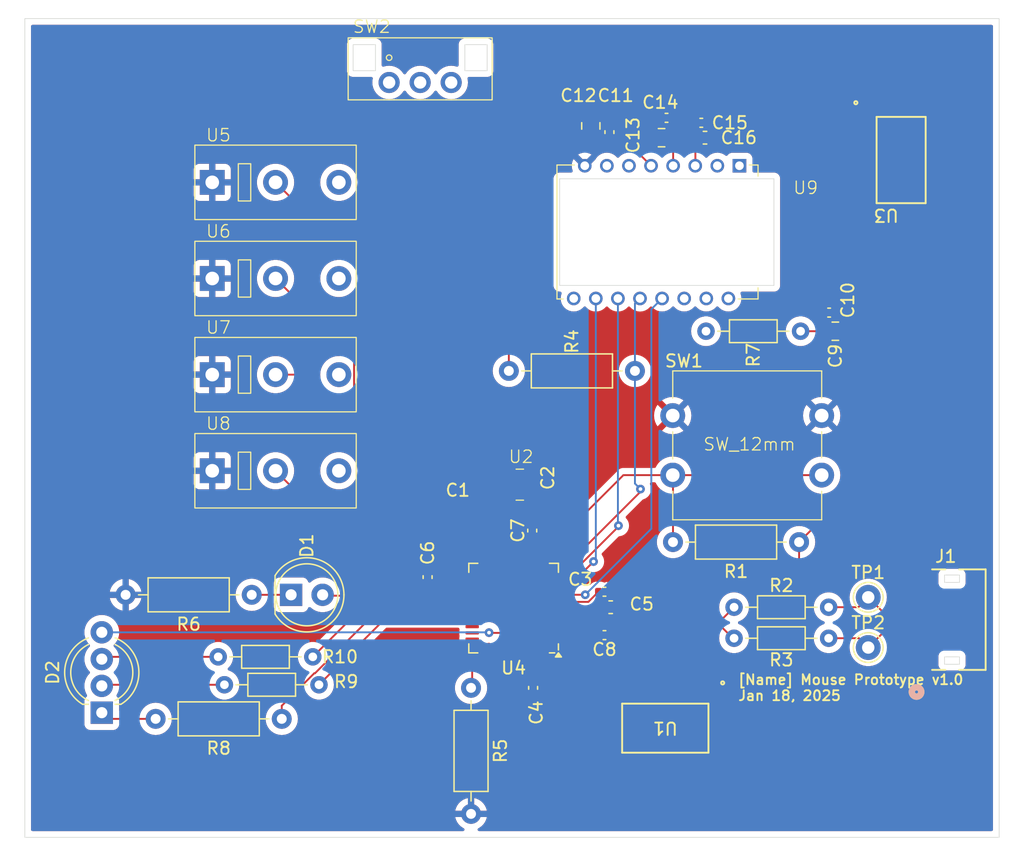
<source format=kicad_pcb>
(kicad_pcb (version 20240108) (generator "pcbnew") (generator_version "8.0")
  (layers (0 "F.Cu" signal "Front") (31 "B.Cu" signal "Back") (34 "B.Paste" user) (35 "F.Paste" user) (36 "B.SilkS" user "B.Silkscreen") (37 "F.SilkS" user "F.Silkscreen") (38 "B.Mask" user) (39 "F.Mask" user) (44 "Edge.Cuts" user))
  (net 0 "")
  (net 1 "GND")
  (net 2 "+5V")
  (net 3 "XTAL1")
  (net 4 "Net-(D1-A)")
  (net 5 "Net-(D1-K)")
  (net 6 "Net-(D2-RK)")
  (net 7 "Net-(D2-BK)")
  (net 8 "Net-(D2-GK)")
  (net 9 "XTAL2")
  (net 10 "+1.9V")
  (net 11 "+3.3V")
  (net 12 "MISO")
  (net 13 "RED")
  (net 14 "Net-(U4-AREF)")
  (net 15 "GREEN")
  (net 16 "BLUE")
  (net 17 "nRESET")
  (net 18 "Net-(J1-D-)")
  (net 19 "Net-(J1-D+)")
  (net 20 "Net-(U4-UCAP)")
  (net 21 "Net-(U9-VDDPIX)")
  (net 22 "Net-(U4-D+)")
  (net 23 "Net-(U4-D-)")
  (net 24 "Net-(U4-~{HWB}{slash}PE2)")
  (net 25 "Net-(U9-LED_P)")
  (net 29 "SCLK")
  (net 30 "NCS")
  (net 31 "MOSI")
  (net 36 "Net-(U4-PD3)")
  (net 38 "Net-(U4-PD1)")
  (net 41 "Net-(U4-PD0)")
  (net 44 "Net-(U4-PD4)")
  (net 48 "Net-(U4-PC7)")
  (net 50 "Net-(U4-PC6)")
  (footprint "Capacitor_SMD:C_0603_1608Metric" (layer "F.Cu") (at 192.8 60.6)
    (property "Reference" "C16" (at 2.725 0 0) (layer "F.SilkS"))
    (property "Value" "4.7u")
    (pad "1" smd roundrect (at -0.775 0) (size 0.9 0.95) (layers "F.Cu" "F.Paste" "F.Mask") (net 21 "Net-(U9-VDDPIX)"))
    (pad "2" smd roundrect (at 0.775 0) (size 0.9 0.95) (layers "F.Cu" "F.Paste" "F.Mask") (net 1 "GND"))
  )
  (footprint "Mouse:SOT-223_3MC_MCH" (layer "F.Cu") (at 189.6 108.2 180)
    (property "Reference" "U1" (at 0 0 180) (layer "F.SilkS"))
    (property "Value" "MCP1825S")
    (fp_poly (pts (xy 1.5748 -4.0056) (xy -1.5748 -4.0056) (xy -1.5748 -2.5324) (xy 1.5748 -2.5324)) (fill solid) (layer "F.Cu"))
    (pad "1" smd rect (at -2.3 3.269 180) (size 0.889 1.4732) (layers "F.Cu" "F.Paste" "F.Mask") (net 2 "+5V"))
    (pad "2" smd rect (at 0 3.269 180) (size 0.889 1.4732) (layers "F.Cu" "F.Paste" "F.Mask") (net 1 "GND"))
    (pad "3" smd rect (at 2.3 3.269 180) (size 0.889 1.4732) (layers "F.Cu" "F.Paste" "F.Mask") (net 11 "+3.3V"))
  )
  (footprint "Capacitor_SMD:C_0402_1005Metric" (layer "F.Cu") (at 184.7 100.7 180)
    (property "Reference" "C8" (at 0 -1.16 360) (layer "F.SilkS"))
    (property "Value" "0.1u")
    (pad "1" smd roundrect (at -0.48 0 180) (size 0.56 0.62) (layers "F.Cu" "F.Paste" "F.Mask") (net 1 "GND"))
    (pad "2" smd roundrect (at 0.48 0 180) (size 0.56 0.62) (layers "F.Cu" "F.Paste" "F.Mask") (net 2 "+5V"))
  )
  (footprint "Mouse:Kailh_GM_8.0" (layer "F.Cu") (at 158.2 71.95)
    (property "Reference" "U6" (at -4.6 -3.8 0) (layer "F.SilkS") (effects (font (thickness 0.1))))
    (property "Value" "Kailh GM 8.0")
    (pad "1" thru_hole rect (at -5.1 0) (size 2 2) (drill 1.1) (layers "*.Cu" "*.Mask") (net 1 "GND"))
    (pad "2" thru_hole circle (at 0 0) (size 2 2) (drill 1.1) (layers "*.Cu" "*.Mask") (net 38 "Net-(U4-PD1)"))
    (pad "3" thru_hole circle (at 5.1 0) (size 2 2) (drill 1.1) (layers "*.Cu" "*.Mask"))
  )
  (footprint "Capacitor_SMD:C_0402_1005Metric" (layer "F.Cu") (at 189.7 59 180)
    (property "Reference" "C14" (at 0.5 1.25 0) (layer "F.SilkS"))
    (property "Value" "0.1u")
    (pad "1" smd roundrect (at -0.48 0 180) (size 0.56 0.62) (layers "F.Cu" "F.Paste" "F.Mask") (net 10 "+1.9V"))
    (pad "2" smd roundrect (at 0.48 0 180) (size 0.56 0.62) (layers "F.Cu" "F.Paste" "F.Mask") (net 1 "GND"))
  )
  (footprint "Capacitor_SMD:C_0402_1005Metric" (layer "F.Cu") (at 192.5 59.4)
    (property "Reference" "C15" (at 2.3 0 0) (layer "F.SilkS"))
    (property "Value" "0.1u")
    (pad "1" smd roundrect (at -0.48 0) (size 0.56 0.62) (layers "F.Cu" "F.Paste" "F.Mask") (net 21 "Net-(U9-VDDPIX)"))
    (pad "2" smd roundrect (at 0.48 0) (size 0.56 0.62) (layers "F.Cu" "F.Paste" "F.Mask") (net 1 "GND"))
  )
  (footprint "TestPoint:TestPoint_THTPad_D2.0mm_Drill1.0mm" (layer "F.Cu") (at 205.95 101.7)
    (property "Reference" "TP2" (at 0 -1.998 0) (layer "F.SilkS"))
    (property "Value" "TestPoint")
    (pad "1" thru_hole circle (at 0 0) (size 2 2) (drill 1) (layers "*.Cu" "*.Mask") (net 18 "Net-(J1-D-)"))
  )
  (footprint "Mouse:SOT-223_3MC_MCH" (layer "F.Cu") (at 208.6 62.4 -90)
    (property "Reference" "U3" (at 4.45 1.2 180) (layer "F.SilkS"))
    (property "Value" "MCP1825S")
    (fp_poly (pts (xy 1.5748 -4.0056) (xy -1.5748 -4.0056) (xy -1.5748 -2.5324) (xy 1.5748 -2.5324)) (fill solid) (layer "F.Cu"))
    (pad "1" smd rect (at -2.3 3.269 270) (size 0.889 1.4732) (layers "F.Cu" "F.Paste" "F.Mask") (net 2 "+5V"))
    (pad "2" smd rect (at 0 3.269 270) (size 0.889 1.4732) (layers "F.Cu" "F.Paste" "F.Mask") (net 1 "GND"))
    (pad "3" smd rect (at 2.3 3.269 270) (size 0.889 1.4732) (layers "F.Cu" "F.Paste" "F.Mask") (net 10 "+1.9V"))
  )
  (footprint "Capacitor_SMD:C_0201_0603Metric" (layer "F.Cu") (at 181.13 88.02 -90)
    (property "Reference" "C2" (at 0 1 90) (layer "F.SilkS"))
    (property "Value" "10p")
    (pad "1" smd roundrect (at -0.32 0 270) (size 0.46 0.4) (layers "F.Cu" "F.Mask") (net 9 "XTAL2"))
    (pad "2" smd roundrect (at 0.32 0 270) (size 0.46 0.4) (layers "F.Cu" "F.Mask") (net 1 "GND"))
  )
  (footprint "Mouse:SW_PUSH_12mm" (layer "F.Cu") (at 196.2 85.4)
    (property "Reference" "SW1" (at -5.1 -6.8 0) (layer "F.SilkS"))
    (property "Value" "SW_Push")
    (fp_text user "SW_12mm" (at -3.6 0.5 0) (layer "F.SilkS") (effects (font (thickness 0.1)) (justify left bottom)))
    (pad "1" thru_hole circle (at -6 -2.4 90) (size 2 2) (drill 1.1) (layers "*.Cu" "*.Mask") (net 1 "GND"))
    (pad "1" thru_hole circle (at 6 -2.4 90) (size 2 2) (drill 1.1) (layers "*.Cu" "*.Mask") (net 1 "GND"))
    (pad "2" thru_hole circle (at -6 2.4 90) (size 2 2) (drill 1.1) (layers "*.Cu" "*.Mask") (net 17 "nRESET"))
    (pad "2" thru_hole circle (at 6 2.4 90) (size 2 2) (drill 1.1) (layers "*.Cu" "*.Mask") (net 17 "nRESET"))
  )
  (footprint "Capacitor_SMD:C_0402_1005Metric" (layer "F.Cu") (at 170.45 96.02 90)
    (property "Reference" "C6" (at 1.95 0 90) (layer "F.SilkS"))
    (property "Value" "0.1u" (hide yes))
    (pad "1" smd roundrect (at -0.48 0 90) (size 0.56 0.62) (layers "F.Cu" "F.Paste" "F.Mask") (net 11 "+3.3V"))
    (pad "2" smd roundrect (at 0.48 0 90) (size 0.56 0.62) (layers "F.Cu" "F.Paste" "F.Mask") (net 1 "GND"))
  )
  (footprint "Resistor_THT:R_Axial_DIN0204_L3.6mm_D1.6mm_P7.62mm_Horizontal" (layer "F.Cu") (at 200.5 76.2 180)
    (property "Reference" "R7" (at 3.81 -1.92 90) (layer "F.SilkS"))
    (property "Value" "39")
    (pad "1" thru_hole circle (at 0 0 180) (size 1.4 1.4) (drill 0.7) (layers "*.Cu" "*.Mask") (net 10 "+1.9V"))
    (pad "2" thru_hole oval (at 7.62 0 180) (size 1.4 1.4) (drill 0.7) (layers "*.Cu" "*.Mask") (net 25 "Net-(U9-LED_P)"))
  )
  (footprint "Capacitor_SMD:C_0201_0603Metric" (layer "F.Cu") (at 174.38 89.02 90)
    (property "Reference" "C1" (at 0 -1.5 360) (layer "F.SilkS"))
    (property "Value" "10p")
    (pad "1" smd roundrect (at -0.32 0 90) (size 0.46 0.4) (layers "F.Cu" "F.Mask") (net 3 "XTAL1"))
    (pad "2" smd roundrect (at 0.32 0 90) (size 0.46 0.4) (layers "F.Cu" "F.Mask") (net 1 "GND"))
  )
  (footprint "TestPoint:TestPoint_THTPad_D2.0mm_Drill1.0mm" (layer "F.Cu") (at 205.95 97.65)
    (property "Reference" "TP1" (at 0 -1.998 0) (layer "F.SilkS"))
    (property "Value" "TestPoint")
    (pad "1" thru_hole circle (at 0 0) (size 2 2) (drill 1) (layers "*.Cu" "*.Mask") (net 19 "Net-(J1-D+)"))
  )
  (footprint "LED_THT:LED_D5.0mm-4_RGB_Wide_Pins" (layer "F.Cu") (at 144.2 106.95 90)
    (property "Reference" "D2" (at 3.2385 -3.96 90) (layer "F.SilkS"))
    (property "Value" "LED_RGBA")
    (pad "1" thru_hole rect (at 0 0 90) (size 1.8 1.8) (drill 0.9) (layers "*.Cu" "*.Mask") (net 6 "Net-(D2-RK)"))
    (pad "2" thru_hole circle (at 2.159 0 90) (size 1.8 1.8) (drill 0.9) (layers "*.Cu" "*.Mask") (net 8 "Net-(D2-GK)"))
    (pad "3" thru_hole circle (at 4.318 0 90) (size 1.8 1.8) (drill 0.9) (layers "*.Cu" "*.Mask") (net 7 "Net-(D2-BK)"))
    (pad "4" thru_hole circle (at 6.477 0 90) (size 1.8 1.8) (drill 0.9) (layers "*.Cu" "*.Mask") (net 2 "+5V"))
  )
  (footprint "Mouse:PMW3360DM-T2QU" (layer "F.Cu") (at 195.5725 62.86)
    (property "Reference" "U9" (at 5.34 1.78 0) (layer "F.SilkS") (effects (font (thickness 0.1))))
    (property "Value" "PMW3360DM-T2QU")
    (fp_line (start -14.48 1.05) (end -14.48 9.65) (stroke (width 0.05)) (layer "Edge.Cuts"))
    (fp_line (start -14.48 9.65) (end 2.78 9.65) (stroke (width 0.05)) (layer "Edge.Cuts"))
    (fp_line (start 2.78 1.05) (end -14.48 1.05) (stroke (width 0.05)) (layer "Edge.Cuts"))
    (fp_line (start 2.78 9.65) (end 2.78 1.05) (stroke (width 0.05)) (layer "Edge.Cuts"))
    (pad "1" thru_hole rect (at 0 0) (size 1.1 1.1) (drill 0.7) (layers "*.Cu" "*.Mask"))
    (pad "2" thru_hole circle (at -1.78 0) (size 1.1 1.1) (drill 0.7) (layers "*.Cu" "*.Mask"))
    (pad "3" thru_hole circle (at -3.56 0) (size 1.1 1.1) (drill 0.7) (layers "*.Cu" "*.Mask") (net 21 "Net-(U9-VDDPIX)"))
    (pad "4" thru_hole circle (at -5.34 0) (size 1.1 1.1) (drill 0.7) (layers "*.Cu" "*.Mask") (net 10 "+1.9V"))
    (pad "5" thru_hole circle (at -7.12 0) (size 1.1 1.1) (drill 0.7) (layers "*.Cu" "*.Mask") (net 11 "+3.3V"))
    (pad "6" thru_hole circle (at -8.9 0) (size 1.1 1.1) (drill 0.7) (layers "*.Cu" "*.Mask"))
    (pad "7" thru_hole circle (at -10.68 0) (size 1.1 1.1) (drill 0.7) (layers "*.Cu" "*.Mask"))
    (pad "8" thru_hole circle (at -12.46 0) (size 1.1 1.1) (drill 0.7) (layers "*.Cu" "*.Mask") (net 1 "GND"))
    (pad "9" thru_hole circle (at -13.35 10.7) (size 1.1 1.1) (drill 0.7) (layers "*.Cu" "*.Mask"))
    (pad "10" thru_hole circle (at -11.57 10.7) (size 1.1 1.1) (drill 0.7) (layers "*.Cu" "*.Mask") (net 29 "SCLK"))
    (pad "11" thru_hole circle (at -9.79 10.7) (size 1.1 1.1) (drill 0.7) (layers "*.Cu" "*.Mask") (net 31 "MOSI"))
    (pad "12" thru_hole circle (at -8.01 10.7) (size 1.1 1.1) (drill 0.7) (layers "*.Cu" "*.Mask") (net 12 "MISO"))
    (pad "13" thru_hole circle (at -6.23 10.7) (size 1.1 1.1) (drill 0.7) (layers "*.Cu" "*.Mask") (net 30 "NCS"))
    (pad "14" thru_hole circle (at -4.45 10.7) (size 1.1 1.1) (drill 0.7) (layers "*.Cu" "*.Mask"))
    (pad "15" thru_hole circle (at -2.67 10.7) (size 1.1 1.1) (drill 0.7) (layers "*.Cu" "*.Mask") (net 25 "Net-(U9-LED_P)"))
    (pad "16" thru_hole circle (at -0.89 10.7) (size 1.1 1.1) (drill 0.7) (layers "*.Cu" "*.Mask"))
  )
  (footprint "Resistor_THT:R_Axial_DIN0207_L6.3mm_D2.5mm_P10.16mm_Horizontal" (layer "F.Cu") (at 176.995 79.4)
    (property "Reference" "R4" (at 5.08 -2.37 90) (layer "F.SilkS"))
    (property "Value" "10k")
    (pad "1" thru_hole circle (at 0 0) (size 1.6 1.6) (drill 0.8) (layers "*.Cu" "*.Mask") (net 11 "+3.3V"))
    (pad "2" thru_hole oval (at 10.16 0) (size 1.6 1.6) (drill 0.8) (layers "*.Cu" "*.Mask") (net 12 "MISO"))
  )
  (footprint "LED_THT:LED_D5.0mm" (layer "F.Cu") (at 159.45 97.45)
    (property "Reference" "D1" (at 1.27 -3.96 90) (layer "F.SilkS"))
    (property "Value" "LED")
    (pad "1" thru_hole rect (at 0 0) (size 1.8 1.8) (drill 0.9) (layers "*.Cu" "*.Mask") (net 5 "Net-(D1-K)"))
    (pad "2" thru_hole circle (at 2.54 0) (size 1.8 1.8) (drill 0.9) (layers "*.Cu" "*.Mask") (net 4 "Net-(D1-A)"))
  )
  (footprint "Resistor_THT:R_Axial_DIN0207_L6.3mm_D2.5mm_P10.16mm_Horizontal" (layer "F.Cu") (at 173.95 104.95 -90)
    (property "Reference" "R5" (at 5.08 -2.37 90) (layer "F.SilkS"))
    (property "Value" "1k")
    (pad "1" thru_hole circle (at 0 0 270) (size 1.6 1.6) (drill 0.8) (layers "*.Cu" "*.Mask") (net 24 "Net-(U4-~{HWB}{slash}PE2)"))
    (pad "2" thru_hole oval (at 10.16 0 270) (size 1.6 1.6) (drill 0.8) (layers "*.Cu" "*.Mask") (net 1 "GND"))
  )
  (footprint "Capacitor_SMD:C_0402_1005Metric" (layer "F.Cu") (at 184.7 97.2 180)
    (property "Reference" "C3" (at 1.95 1 360) (layer "F.SilkS"))
    (property "Value" "10u")
    (pad "1" smd roundrect (at -0.48 0 180) (size 0.56 0.62) (layers "F.Cu" "F.Paste" "F.Mask") (net 1 "GND"))
    (pad "2" smd roundrect (at 0.48 0 180) (size 0.56 0.62) (layers "F.Cu" "F.Paste" "F.Mask") (net 2 "+5V"))
  )
  (footprint "Mouse:Kailh_GM_8.0" (layer "F.Cu") (at 158.2 79.7)
    (property "Reference" "U7" (at -4.6 -3.8 0) (layer "F.SilkS") (effects (font (thickness 0.1))))
    (property "Value" "Kailh GM 8.0")
    (pad "1" thru_hole rect (at -5.1 0) (size 2 2) (drill 1.1) (layers "*.Cu" "*.Mask") (net 1 "GND"))
    (pad "2" thru_hole circle (at 0 0) (size 2 2) (drill 1.1) (layers "*.Cu" "*.Mask") (net 36 "Net-(U4-PD3)"))
    (pad "3" thru_hole circle (at 5.1 0) (size 2 2) (drill 1.1) (layers "*.Cu" "*.Mask"))
  )
  (footprint "Capacitor_SMD:C_0402_1005Metric" (layer "F.Cu") (at 178.95 104.95 -90)
    (property "Reference" "C4" (at 2 -0.25 90) (layer "F.SilkS"))
    (property "Value" "0.1u")
    (pad "1" smd roundrect (at -0.48 0 270) (size 0.56 0.62) (layers "F.Cu" "F.Paste" "F.Mask") (net 14 "Net-(U4-AREF)"))
    (pad "2" smd roundrect (at 0.48 0 270) (size 0.56 0.62) (layers "F.Cu" "F.Paste" "F.Mask") (net 1 "GND"))
  )
  (footprint "Capacitor_SMD:C_0805_2012Metric" (layer "F.Cu") (at 183.6 59.65 90)
    (property "Reference" "C12" (at 2.45 -1 180) (layer "F.SilkS"))
    (property "Value" "10u")
    (pad "1" smd roundrect (at -0.95 0 90) (size 1 1.45) (layers "F.Cu" "F.Paste" "F.Mask") (net 11 "+3.3V"))
    (pad "2" smd roundrect (at 0.95 0 90) (size 1 1.45) (layers "F.Cu" "F.Paste" "F.Mask") (net 1 "GND"))
  )
  (footprint "Resistor_THT:R_Axial_DIN0204_L3.6mm_D1.6mm_P7.62mm_Horizontal" (layer "F.Cu") (at 161.7 104.7 180)
    (property "Reference" "R9" (at -2.19 0.25 360) (layer "F.SilkS"))
    (property "Value" "68")
    (pad "1" thru_hole circle (at 0 0 180) (size 1.4 1.4) (drill 0.7) (layers "*.Cu" "*.Mask") (net 15 "GREEN"))
    (pad "2" thru_hole oval (at 7.62 0 180) (size 1.4 1.4) (drill 0.7) (layers "*.Cu" "*.Mask") (net 8 "Net-(D2-GK)"))
  )
  (footprint "Resistor_THT:R_Axial_DIN0207_L6.3mm_D2.5mm_P10.16mm_Horizontal" (layer "F.Cu") (at 158.7 107.45 180)
    (property "Reference" "R8" (at 5.08 -2.37 360) (layer "F.SilkS"))
    (property "Value" "100")
    (pad "1" thru_hole circle (at 0 0 180) (size 1.6 1.6) (drill 0.8) (layers "*.Cu" "*.Mask") (net 13 "RED"))
    (pad "2" thru_hole oval (at 10.16 0 180) (size 1.6 1.6) (drill 0.8) (layers "*.Cu" "*.Mask") (net 6 "Net-(D2-RK)"))
  )
  (footprint "Capacitor_SMD:C_0603_1608Metric" (layer "F.Cu") (at 185.2 98.45)
    (property "Reference" "C5" (at 2.5 -0.25 360) (layer "F.SilkS"))
    (property "Value" "1u")
    (pad "1" smd roundrect (at -0.775 0) (size 0.9 0.95) (layers "F.Cu" "F.Paste" "F.Mask") (net 20 "Net-(U4-UCAP)"))
    (pad "2" smd roundrect (at 0.775 0) (size 0.9 0.95) (layers "F.Cu" "F.Paste" "F.Mask") (net 1 "GND"))
  )
  (footprint "Mouse:Encoder_TTC_Silver" (layer "F.Cu") (at 169.85 56.15)
    (property "Reference" "SW2" (at -3.9 -4.5 0) (layer "F.SilkS") (effects (font (thickness 0.1))))
    (property "Value" "RotaryEncoder")
    (fp_rect (start -5.4 -3.05) (end -3.6 -0.95) (stroke (width 0.05)) (fill none) (layer "Edge.Cuts"))
    (fp_rect (start 3.6 -3.05) (end 5.4 -0.95) (stroke (width 0.05)) (fill none) (layer "Edge.Cuts"))
    (pad "1" thru_hole circle (at -2.5 0) (size 1.7 1.7) (drill 1) (layers "*.Cu" "*.Mask"))
    (pad "2" thru_hole circle (at 0 0) (size 1.7 1.7) (drill 1) (layers "*.Cu" "*.Mask"))
    (pad "3" thru_hole circle (at 2.5 0) (size 1.7 1.7) (drill 1) (layers "*.Cu" "*.Mask"))
  )
  (footprint "Capacitor_SMD:C_0805_2012Metric" (layer "F.Cu") (at 203.3 76.2)
    (property "Reference" "C9" (at 0 2 90) (layer "F.SilkS"))
    (property "Value" "10u")
    (pad "1" smd roundrect (at -0.95 0) (size 1 1.45) (layers "F.Cu" "F.Paste" "F.Mask") (net 10 "+1.9V"))
    (pad "2" smd roundrect (at 0.95 0) (size 1 1.45) (layers "F.Cu" "F.Paste" "F.Mask") (net 1 "GND"))
  )
  (footprint "Capacitor_SMD:C_0402_1005Metric" (layer "F.Cu") (at 202.8 74.7)
    (property "Reference" "C10" (at 1.5 -1 90) (layer "F.SilkS"))
    (property "Value" "0.1u")
    (pad "1" smd roundrect (at -0.48 0) (size 0.56 0.62) (layers "F.Cu" "F.Paste" "F.Mask") (net 10 "+1.9V"))
    (pad "2" smd roundrect (at 0.48 0) (size 0.56 0.62) (layers "F.Cu" "F.Paste" "F.Mask") (net 1 "GND"))
  )
  (footprint "Mouse:QFN-44-1EP_7x7mm_P0.5mm_EP5.2x5.2mm_noGNDPlane" (layer "F.Cu") (at 177.38 98.52 180)
    (property "Reference" "U4" (at 0 -4.83 360) (layer "F.SilkS"))
    (property "Value" "ATmega32U4-M")
    (pad "1" smd roundrect (at -3.3375 -2.5 180) (size 1.075 0.25) (layers "F.Cu" "F.Paste" "F.Mask"))
    (pad "2" smd roundrect (at -3.3375 -2 180) (size 1.075 0.25) (layers "F.Cu" "F.Paste" "F.Mask") (net 2 "+5V"))
    (pad "3" smd roundrect (at -3.3375 -1.5 180) (size 1.075 0.25) (layers "F.Cu" "F.Paste" "F.Mask") (net 23 "Net-(U4-D-)"))
    (pad "4" smd roundrect (at -3.3375 -1 180) (size 1.075 0.25) (layers "F.Cu" "F.Paste" "F.Mask") (net 22 "Net-(U4-D+)"))
    (pad "5" smd roundrect (at -3.3375 -0.5 180) (size 1.075 0.25) (layers "F.Cu" "F.Paste" "F.Mask") (net 1 "GND"))
    (pad "6" smd roundrect (at -3.3375 0 180) (size 1.075 0.25) (layers "F.Cu" "F.Paste" "F.Mask") (net 20 "Net-(U4-UCAP)"))
    (pad "7" smd roundrect (at -3.3375 0.5 180) (size 1.075 0.25) (layers "F.Cu" "F.Paste" "F.Mask") (net 2 "+5V"))
    (pad "8" smd roundrect (at -3.3375 1 180) (size 1.075 0.25) (layers "F.Cu" "F.Paste" "F.Mask") (net 30 "NCS"))
    (pad "9" smd roundrect (at -3.3375 1.5 180) (size 1.075 0.25) (layers "F.Cu" "F.Paste" "F.Mask") (net 29 "SCLK"))
    (pad "10" smd roundrect (at -3.3375 2 180) (size 1.075 0.25) (layers "F.Cu" "F.Paste" "F.Mask") (net 31 "MOSI"))
    (pad "11" smd roundrect (at -3.3375 2.5 180) (size 1.075 0.25) (layers "F.Cu" "F.Paste" "F.Mask") (net 12 "MISO"))
    (pad "12" smd roundrect (at -2.5 3.3375 180) (size 0.25 1.075) (layers "F.Cu" "F.Paste" "F.Mask"))
    (pad "13" smd roundrect (at -2 3.3375 180) (size 0.25 1.075) (layers "F.Cu" "F.Paste" "F.Mask") (net 17 "nRESET"))
    (pad "14" smd roundrect (at -1.5 3.3375 180) (size 0.25 1.075) (layers "F.Cu" "F.Paste" "F.Mask") (net 11 "+3.3V"))
    (pad "15" smd roundrect (at -1 3.3375 180) (size 0.25 1.075) (layers "F.Cu" "F.Paste" "F.Mask") (net 1 "GND"))
    (pad "16" smd roundrect (at -0.5 3.3375 180) (size 0.25 1.075) (layers "F.Cu" "F.Paste" "F.Mask") (net 9 "XTAL2"))
    (pad "17" smd roundrect (at 0 3.3375 180) (size 0.25 1.075) (layers "F.Cu" "F.Paste" "F.Mask") (net 3 "XTAL1"))
    (pad "18" smd roundrect (at 0.5 3.3375 180) (size 0.25 1.075) (layers "F.Cu" "F.Paste" "F.Mask") (net 41 "Net-(U4-PD0)"))
    (pad "19" smd roundrect (at 1 3.3375 180) (size 0.25 1.075) (layers "F.Cu" "F.Paste" "F.Mask") (net 38 "Net-(U4-PD1)"))
    (pad "20" smd roundrect (at 1.5 3.3375 180) (size 0.25 1.075) (layers "F.Cu" "F.Paste" "F.Mask"))
    (pad "21" smd roundrect (at 2 3.3375 180) (size 0.25 1.075) (layers "F.Cu" "F.Paste" "F.Mask") (net 36 "Net-(U4-PD3)"))
    (pad "22" smd roundrect (at 2.5 3.3375 180) (size 0.25 1.075) (layers "F.Cu" "F.Paste" "F.Mask"))
    (pad "23" smd roundrect (at 3.3375 2.5 180) (size 1.075 0.25) (layers "F.Cu" "F.Paste" "F.Mask") (net 1 "GND"))
    (pad "24" smd roundrect (at 3.3375 2 180) (size 1.075 0.25) (layers "F.Cu" "F.Paste" "F.Mask") (net 11 "+3.3V"))
    (pad "25" smd roundrect (at 3.3375 1.5 180) (size 1.075 0.25) (layers "F.Cu" "F.Paste" "F.Mask") (net 44 "Net-(U4-PD4)"))
    (pad "26" smd roundrect (at 3.3375 1 180) (size 1.075 0.25) (layers "F.Cu" "F.Paste" "F.Mask") (net 4 "Net-(D1-A)"))
    (pad "27" smd roundrect (at 3.3375 0.5 180) (size 1.075 0.25) (layers "F.Cu" "F.Paste" "F.Mask") (net 16 "BLUE"))
    (pad "28" smd roundrect (at 3.3375 0 180) (size 1.075 0.25) (layers "F.Cu" "F.Paste" "F.Mask"))
    (pad "29" smd roundrect (at 3.3375 -0.5 180) (size 1.075 0.25) (layers "F.Cu" "F.Paste" "F.Mask") (net 13 "RED"))
    (pad "30" smd roundrect (at 3.3375 -1 180) (size 1.075 0.25) (layers "F.Cu" "F.Paste" "F.Mask") (net 15 "GREEN"))
    (pad "31" smd roundrect (at 3.3375 -1.5 180) (size 1.075 0.25) (layers "F.Cu" "F.Paste" "F.Mask") (net 50 "Net-(U4-PC6)"))
    (pad "32" smd roundrect (at 3.3375 -2 180) (size 1.075 0.25) (layers "F.Cu" "F.Paste" "F.Mask") (net 48 "Net-(U4-PC7)"))
    (pad "33" smd roundrect (at 3.3375 -2.5 180) (size 1.075 0.25) (layers "F.Cu" "F.Paste" "F.Mask") (net 24 "Net-(U4-~{HWB}{slash}PE2)"))
    (pad "34" smd roundrect (at 2.5 -3.3375 180) (size 0.25 1.075) (layers "F.Cu" "F.Paste" "F.Mask") (net 11 "+3.3V"))
    (pad "35" smd roundrect (at 2 -3.3375 180) (size 0.25 1.075) (layers "F.Cu" "F.Paste" "F.Mask") (net 1 "GND"))
    (pad "36" smd roundrect (at 1.5 -3.3375 180) (size 0.25 1.075) (layers "F.Cu" "F.Paste" "F.Mask"))
    (pad "37" smd roundrect (at 1 -3.3375 180) (size 0.25 1.075) (layers "F.Cu" "F.Paste" "F.Mask"))
    (pad "38" smd roundrect (at 0.5 -3.3375 180) (size 0.25 1.075) (layers "F.Cu" "F.Paste" "F.Mask"))
    (pad "39" smd roundrect (at 0 -3.3375 180) (size 0.25 1.075) (layers "F.Cu" "F.Paste" "F.Mask"))
    (pad "40" smd roundrect (at -0.5 -3.3375 180) (size 0.25 1.075) (layers "F.Cu" "F.Paste" "F.Mask"))
    (pad "41" smd roundrect (at -1 -3.3375 180) (size 0.25 1.075) (layers "F.Cu" "F.Paste" "F.Mask"))
    (pad "42" smd roundrect (at -1.5 -3.3375 180) (size 0.25 1.075) (layers "F.Cu" "F.Paste" "F.Mask") (net 14 "Net-(U4-AREF)"))
    (pad "43" smd roundrect (at -2 -3.3375 180) (size 0.25 1.075) (layers "F.Cu" "F.Paste" "F.Mask") (net 1 "GND"))
    (pad "44" smd roundrect (at -2.5 -3.3375 180) (size 0.25 1.075) (layers "F.Cu" "F.Paste" "F.Mask") (net 11 "+3.3V"))
  )
  (footprint "Mouse:CONN_10118193-0001LF_AMP_MicroUSB-B" (layer "F.Cu") (at 212.45 99.45 90)
    (property "Reference" "J1" (at 5.1 -0.25 0) (layer "F.SilkS"))
    (property "Value" "USB_B_Micro")
    (fp_rect (start 3 -0.35) (end 3.6 0.85) (stroke (width 0.05)) (fill none) (layer "Edge.Cuts"))
    (fp_rect (start -3.6 -0.35) (end -3 0.85) (stroke (width 0.05)) (fill none) (layer "Edge.Cuts"))
    (pad "1" smd rect (at -1.3 -2.607099 90) (size 0.4064 1.3462) (layers "F.Cu" "F.Paste" "F.Mask") (net 2 "+5V"))
    (pad "2" smd rect (at -0.649999 -2.607099 90) (size 0.4064 1.3462) (layers "F.Cu" "F.Paste" "F.Mask") (net 18 "Net-(J1-D-)"))
    (pad "3" smd rect (at 0 -2.607099 90) (size 0.4064 1.3462) (layers "F.Cu" "F.Paste" "F.Mask") (net 19 "Net-(J1-D+)"))
    (pad "4" smd rect (at 0.649999 -2.607099 90) (size 0.4064 1.3462) (layers "F.Cu" "F.Paste" "F.Mask"))
    (pad "5" smd rect (at 1.3 -2.607099 90) (size 0.4064 1.3462) (layers "F.Cu" "F.Paste" "F.Mask") (net 1 "GND"))
    (pad "6" smd rect (at -3.200001 -2.382098 90) (size 1.6002 1.397) (layers "F.Cu" "F.Paste" "F.Mask"))
    (pad "7" smd rect (at 3.200001 -2.382098 90) (size 1.6002 1.397) (layers "F.Cu" "F.Paste" "F.Mask"))
    (pad "8" smd rect (at -1.2 0.267901 90) (size 1.905 1.905) (layers "F.Cu" "F.Paste" "F.Mask"))
    (pad "9" smd rect (at 1.2 0.267901 90) (size 1.905 1.905) (layers "F.Cu" "F.Paste" "F.Mask"))
  )
  (footprint "Capacitor_SMD:C_0402_1005Metric" (layer "F.Cu") (at 178.88 92.27 90)
    (property "Reference" "C7" (at 0 -1.16 90) (layer "F.SilkS"))
    (property "Value" "0.1u")
    (pad "1" smd roundrect (at -0.48 0 90) (size 0.56 0.62) (layers "F.Cu" "F.Paste" "F.Mask") (net 11 "+3.3V"))
    (pad "2" smd roundrect (at 0.48 0 90) (size 0.56 0.62) (layers "F.Cu" "F.Paste" "F.Mask") (net 1 "GND"))
  )
  (footprint "Resistor_THT:R_Axial_DIN0204_L3.6mm_D1.6mm_P7.62mm_Horizontal" (layer "F.Cu") (at 195.14 100.95)
    (property "Reference" "R3" (at 3.81 1.75 0) (layer "F.SilkS"))
    (property "Value" "22")
    (pad "1" thru_hole circle (at 0 0) (size 1.4 1.4) (drill 0.7) (layers "*.Cu" "*.Mask") (net 23 "Net-(U4-D-)"))
    (pad "2" thru_hole oval (at 7.62 0) (size 1.4 1.4) (drill 0.7) (layers "*.Cu" "*.Mask") (net 18 "Net-(J1-D-)"))
  )
  (footprint "Capacitor_SMD:C_0805_2012Metric" (layer "F.Cu") (at 189.3 60.6 180)
    (property "Reference" "C13" (at 2.3 0.2 90) (layer "F.SilkS"))
    (property "Value" "10u")
    (pad "1" smd roundrect (at -0.95 0 180) (size 1 1.45) (layers "F.Cu" "F.Paste" "F.Mask") (net 10 "+1.9V"))
    (pad "2" smd roundrect (at 0.95 0 180) (size 1 1.45) (layers "F.Cu" "F.Paste" "F.Mask") (net 1 "GND"))
  )
  (footprint "Resistor_THT:R_Axial_DIN0207_L6.3mm_D2.5mm_P10.16mm_Horizontal" (layer "F.Cu") (at 200.38 93.2 180)
    (property "Reference" "R1" (at 5.08 -2.37 360) (layer "F.SilkS"))
    (property "Value" "10k")
    (pad "1" thru_hole circle (at 0 0 180) (size 1.6 1.6) (drill 0.8) (layers "*.Cu" "*.Mask") (net 2 "+5V"))
    (pad "2" thru_hole oval (at 10.16 0 180) (size 1.6 1.6) (drill 0.8) (layers "*.Cu" "*.Mask") (net 17 "nRESET"))
  )
  (footprint "Resistor_THT:R_Axial_DIN0204_L3.6mm_D1.6mm_P7.62mm_Horizontal" (layer "F.Cu") (at 161.2 102.45 180)
    (property "Reference" "R10" (at -2.19 0 360) (layer "F.SilkS"))
    (property "Value" "82")
    (pad "1" thru_hole circle (at 0 0 180) (size 1.4 1.4) (drill 0.7) (layers "*.Cu" "*.Mask") (net 16 "BLUE"))
    (pad "2" thru_hole oval (at 7.62 0 180) (size 1.4 1.4) (drill 0.7) (layers "*.Cu" "*.Mask") (net 7 "Net-(D2-BK)"))
  )
  (footprint "Mouse:Kailh_GM_8.0" (layer "F.Cu") (at 158.2 87.45)
    (property "Reference" "U8" (at -4.6 -3.8 0) (layer "F.SilkS") (effects (font (thickness 0.1))))
    (property "Value" "Kailh GM 8.0")
    (pad "1" thru_hole rect (at -5.1 0) (size 2 2) (drill 1.1) (layers "*.Cu" "*.Mask") (net 1 "GND"))
    (pad "2" thru_hole circle (at 0 0) (size 2 2) (drill 1.1) (layers "*.Cu" "*.Mask") (net 44 "Net-(U4-PD4)"))
    (pad "3" thru_hole circle (at 5.1 0) (size 2 2) (drill 1.1) (layers "*.Cu" "*.Mask"))
  )
  (footprint "Resistor_THT:R_Axial_DIN0204_L3.6mm_D1.6mm_P7.62mm_Horizontal" (layer "F.Cu") (at 202.76 98.45 180)
    (property "Reference" "R2" (at 3.81 1.75 0) (layer "F.SilkS"))
    (property "Value" "22")
    (pad "1" thru_hole circle (at 0 0 180) (size 1.4 1.4) (drill 0.7) (layers "*.Cu" "*.Mask") (net 19 "Net-(J1-D+)"))
    (pad "2" thru_hole oval (at 7.62 0 180) (size 1.4 1.4) (drill 0.7) (layers "*.Cu" "*.Mask") (net 22 "Net-(U4-D+)"))
  )
  (footprint "Mouse:CS14520-16M" (layer "F.Cu") (at 177.88 88.52)
    (property "Reference" "U2" (at 0.1 -2.2 0) (layer "F.SilkS") (effects (font (thickness 0.1))))
    (property "Value" "NX3225SA-16")
    (pad "1" smd roundrect (at -1.1 0.85) (size 1.4 1.2) (layers "F.Cu" "F.Paste" "F.Mask") (roundrect_rratio 0) (chamfer_ratio 0.4) (chamfer top_right) (net 3 "XTAL1"))
    (pad "2" smd rect (at 1.1 0.85) (size 1.4 1.2) (layers "F.Cu" "F.Paste" "F.Mask") (net 1 "GND"))
    (pad "3" smd rect (at 1.1 -0.75) (size 1.4 1.2) (layers "F.Cu" "F.Paste" "F.Mask") (net 9 "XTAL2"))
    (pad "4" smd rect (at -1.1 -0.75) (size 1.4 1.2) (layers "F.Cu" "F.Paste" "F.Mask") (net 1 "GND"))
  )
  (footprint "Capacitor_SMD:C_0402_1005Metric" (layer "F.Cu") (at 185.1 60.15 90)
    (property "Reference" "C11" (at 2.95 0.5 180) (layer "F.SilkS"))
    (property "Value" "0.1u")
    (pad "1" smd roundrect (at -0.48 0 90) (size 0.56 0.62) (layers "F.Cu" "F.Paste" "F.Mask") (net 11 "+3.3V"))
    (pad "2" smd roundrect (at 0.48 0 90) (size 0.56 0.62) (layers "F.Cu" "F.Paste" "F.Mask") (net 1 "GND"))
  )
  (footprint "Mouse:Kailh_GM_8.0" (layer "F.Cu") (at 158.2 64.2)
    (property "Reference" "U5" (at -4.6 -3.8 0) (layer "F.SilkS") (effects (font (thickness 0.1))))
    (property "Value" "Kailh GM 8.0")
    (pad "1" thru_hole rect (at -5.1 0) (size 2 2) (drill 1.1) (layers "*.Cu" "*.Mask") (net 1 "GND"))
    (pad "2" thru_hole circle (at 0 0) (size 2 2) (drill 1.1) (layers "*.Cu" "*.Mask") (net 41 "Net-(U4-PD0)"))
    (pad "3" thru_hole circle (at 5.1 0) (size 2 2) (drill 1.1) (layers "*.Cu" "*.Mask"))
  )
  (footprint "Resistor_THT:R_Axial_DIN0207_L6.3mm_D2.5mm_P10.16mm_Horizontal" (layer "F.Cu") (at 156.28 97.45 180)
    (property "Reference" "R6" (at 5.08 -2.37 360) (layer "F.SilkS"))
    (property "Value" "1k")
    (pad "1" thru_hole circle (at 0 0 180) (size 1.6 1.6) (drill 0.8) (layers "*.Cu" "*.Mask") (net 5 "Net-(D1-K)"))
    (pad "2" thru_hole oval (at 10.16 0 180) (size 1.6 1.6) (drill 0.8) (layers "*.Cu" "*.Mask") (net 1 "GND"))
  )
  (gr_rect (start 138 51) (end 216.5 117) (stroke (width 0.05)) (fill none) (layer "Edge.Cuts"))
  (gr_text "[Name] Mouse Prototype v1.0\nJan 18, 2025" (at 195.4 106.05 0) (layer "F.SilkS") (effects (font (size 0.8 0.8) (thickness 0.15) (bold yes)) (justify left bottom)))
  (segment (start 179.8 103) (end 179.8 103.2) (width 0.15) (layer "F.Cu") (net 1))
  (segment (start 178.38 95.719999) (end 178.079999 96.02) (width 0.15) (layer "F.Cu") (net 1))
  (segment (start 178.38 97.219999) (end 178.38 95.1825) (width 0.15) (layer "F.Cu") (net 1))
  (segment (start 209.425 98.15) (end 208.3 97.025) (width 0.15) (layer "F.Cu") (net 1))
  (segment (start 180.7175 99.02) (end 180.180001 99.02) (width 0.15) (layer "F.Cu") (net 1))
  (segment (start 175.38 101.8575) (end 175.38 103.18) (width 0.15) (layer "F.Cu") (net 1))
  (segment (start 173.45 88.7) (end 173.38 88.77) (width 0.15) (layer "F.Cu") (net 1))
  (segment (start 178.079999 96.02) (end 174.0425 96.02) (width 0.15) (layer "F.Cu") (net 1))
  (segment (start 174.38 88.7) (end 173.45 88.7) (width 0.15) (layer "F.Cu") (net 1))
  (segment (start 179.38 101.8575) (end 179.38 102.58) (width 0.15) (layer "F.Cu") (net 1))
  (segment (start 174.0425 95.0425) (end 174 95) (width 0.15) (layer "F.Cu") (net 1))
  (segment (start 179.38 102.58) (end 179.8 103) (width 0.15) (layer "F.Cu") (net 1))
  (segment (start 180.180001 99.02) (end 178.38 97.219999) (width 0.15) (layer "F.Cu") (net 1))
  (segment (start 178.38 95.1825) (end 178.38 95.719999) (width 0.15) (layer "F.Cu") (net 1))
  (segment (start 174.0425 96.02) (end 174.0425 95.0425) (width 0.15) (layer "F.Cu") (net 1))
  (segment (start 181.13 88.34) (end 182.06 88.34) (width 0.15) (layer "F.Cu") (net 1))
  (segment (start 209.842901 98.15) (end 209.425 98.15) (width 0.15) (layer "F.Cu") (net 1))
  (segment (start 200.38 101.68) (end 202.9 104.2) (width 0.15) (layer "F.Cu") (net 2))
  (segment (start 184.04 100.52) (end 184.22 100.7) (width 0.15) (layer "F.Cu") (net 2))
  (segment (start 207.425 60.1) (end 209.175 61.85) (width 0.15) (layer "F.Cu") (net 2))
  (segment (start 180.7175 100.52) (end 175.42 100.52) (width 0.15) (layer "F.Cu") (net 2))
  (segment (start 183.4 98.02) (end 184.22 97.2) (width 0.15) (layer "F.Cu") (net 2))
  (segment (start 180.7175 100.52) (end 184.04 100.52) (width 0.15) (layer "F.Cu") (net 2))
  (segment (start 206.54645 104.2) (end 209.842901 100.903549) (width 0.15) (layer "F.Cu") (net 2))
  (segment (start 209.842901 100.903549) (end 209.842901 100.75) (width 0.15) (layer "F.Cu") (net 2))
  (segment (start 185.225 103.075) (end 184.22 102.07) (width 0.15) (layer "F.Cu") (net 2))
  (segment (start 190.044 103.075) (end 185.225 103.075) (width 0.15) (layer "F.Cu") (net 2))
  (segment (start 202.9 104.2) (end 206.54645 104.2) (width 0.15) (layer "F.Cu") (net 2))
  (segment (start 184.22 102.07) (end 184.22 100.7) (width 0.15) (layer "F.Cu") (net 2))
  (segment (start 205.331 60.1) (end 207.425 60.1) (width 0.15) (layer "F.Cu") (net 2))
  (segment (start 197.129 104.931) (end 200.38 101.68) (width 0.15) (layer "F.Cu") (net 2))
  (segment (start 209.175 84.405) (end 200.38 93.2) (width 0.15) (layer "F.Cu") (net 2))
  (segment (start 191.9 104.931) (end 190.044 103.075) (width 0.15) (layer "F.Cu") (net 2))
  (segment (start 180.7175 98.02) (end 183.4 98.02) (width 0.15) (layer "F.Cu") (net 2))
  (segment (start 191.9 104.931) (end 197.129 104.931) (width 0.15) (layer "F.Cu") (net 2))
  (segment (start 200.38 93.2) (end 200.38 101.68) (width 0.15) (layer "F.Cu") (net 2))
  (segment (start 209.175 61.85) (end 209.175 84.405) (width 0.15) (layer "F.Cu") (net 2))
  (segment (start 175.42 100.52) (end 175.4 100.5) (width 0.15) (layer "F.Cu") (net 2))
  (via (at 175.4 100.5) (size 0.7) (drill 0.3) (layers "F.Cu" "B.Cu") (net 2))
  (segment (start 175.373 100.473) (end 144.2 100.473) (width 0.15) (layer "B.Cu") (net 2))
  (segment (start 175.4 100.5) (end 175.373 100.473) (width 0.15) (layer "B.Cu") (net 2))
  (segment (start 174.38 89.34) (end 176.75 89.34) (width 0.15) (layer "F.Cu") (net 3))
  (segment (start 176.78 89.37) (end 177.38 89.97) (width 0.15) (layer "F.Cu") (net 3))
  (segment (start 176.75 89.34) (end 176.78 89.37) (width 0.15) (layer "F.Cu") (net 3))
  (segment (start 177.38 89.97) (end 177.38 95.1825) (width 0.15) (layer "F.Cu") (net 3))
  (segment (start 162.06 97.52) (end 161.99 97.45) (width 0.15) (layer "F.Cu") (net 4))
  (segment (start 174.0425 97.52) (end 162.06 97.52) (width 0.15) (layer "F.Cu") (net 4))
  (segment (start 156.28 97.45) (end 159.45 97.45) (width 0.15) (layer "F.Cu") (net 5))
  (segment (start 144.2 106.95) (end 144.45 106.95) (width 0.15) (layer "F.Cu") (net 6))
  (segment (start 144.95 107.45) (end 148.54 107.45) (width 0.15) (layer "F.Cu") (net 6))
  (segment (start 144.45 106.95) (end 144.95 107.45) (width 0.15) (layer "F.Cu") (net 6))
  (segment (start 144.382 102.45) (end 144.2 102.632) (width 0.15) (layer "F.Cu") (net 7))
  (segment (start 153.58 102.45) (end 144.382 102.45) (width 0.15) (layer "F.Cu") (net 7))
  (segment (start 144.291 104.7) (end 144.2 104.791) (width 0.15) (layer "F.Cu") (net 8))
  (segment (start 154.08 104.7) (end 144.291 104.7) (width 0.15) (layer "F.Cu") (net 8))
  (segment (start 178.98 87.77) (end 178.63 87.77) (width 0.15) (layer "F.Cu") (net 9))
  (segment (start 181.13 87.7) (end 179.05 87.7) (width 0.15) (layer "F.Cu") (net 9))
  (segment (start 178.63 87.77) (end 177.88 88.52) (width 0.15) (layer "F.Cu") (net 9))
  (segment (start 177.88 88.52) (end 177.88 95.1825) (width 0.15) (layer "F.Cu") (net 9))
  (segment (start 179.05 87.7) (end 178.98 87.77) (width 0.15) (layer "F.Cu") (net 9))
  (segment (start 205.331 71.689) (end 202.32 74.7) (width 0.15) (layer "F.Cu") (net 10))
  (segment (start 205.331 64.7) (end 205.331 71.689) (width 0.15) (layer "F.Cu") (net 10))
  (segment (start 190.2325 60.6175) (end 190.2325 62.86) (width 0.15) (layer "F.Cu") (net 10))
  (segment (start 202.35 76.2) (end 202.35 76.05) (width 0.15) (layer "F.Cu") (net 10))
  (segment (start 197.806 57.175) (end 192.005 57.175) (width 0.15) (layer "F.Cu") (net 10))
  (segment (start 190.18 59) (end 190.25 59.07) (width 0.15) (layer "F.Cu") (net 10))
  (segment (start 200.5 76.2) (end 202.35 76.2) (width 0.15) (layer "F.Cu") (net 10))
  (segment (start 190.25 59.07) (end 190.25 60.6) (width 0.15) (layer "F.Cu") (net 10))
  (segment (start 190.25 60.6) (end 190.2325 60.6175) (width 0.15) (layer "F.Cu") (net 10))
  (segment (start 202.35 76.05) (end 202.32 76.02) (width 0.15) (layer "F.Cu") (net 10))
  (segment (start 205.331 64.7) (end 197.806 57.175) (width 0.15) (layer "F.Cu") (net 10))
  (segment (start 192.005 57.175) (end 190.18 59) (width 0.15) (layer "F.Cu") (net 10))
  (segment (start 202.32 76.02) (end 202.32 74.7) (width 0.15) (layer "F.Cu") (net 10))
  (segment (start 176.995 79.4) (end 176.995 63.83) (width 0.15) (layer "F.Cu") (net 11))
  (segment (start 180.225 60.6) (end 183.6 60.6) (width 0.15) (layer "F.Cu") (net 11))
  (segment (start 170.45 96.5) (end 174.0225 96.5) (width 0.15) (layer "F.Cu") (net 11))
  (segment (start 178.88 92.75) (end 178.88 95.1825) (width 0.15) (layer "F.Cu") (net 11))
  (segment (start 185.1 60.63) (end 186.2225 60.63) (width 0.15) (layer "F.Cu") (net 11))
  (segment (start 182.9535 104.931) (end 187.3 104.931) (width 0.15) (layer "F.Cu") (net 11))
  (segment (start 183.63 60.63) (end 183.6 60.6) (width 0.15) (layer "F.Cu") (net 11))
  (segment (start 174.0225 96.5) (end 174.0425 96.52) (width 0.15) (layer "F.Cu") (net 11))
  (segment (start 185.1 60.63) (end 183.63 60.63) (width 0.15) (layer "F.Cu") (net 11))
  (segment (start 186.2225 60.63) (end 188.4525 62.86) (width 0.15) (layer "F.Cu") (net 11))
  (segment (start 176.995 63.83) (end 180.225 60.6) (width 0.15) (layer "F.Cu") (net 11))
  (segment (start 179.88 101.8575) (end 182.9535 104.931) (width 0.15) (layer "F.Cu") (net 11))
  (segment (start 187.6 88.925) (end 187.6 89.1375) (width 0.15) (layer "F.Cu") (net 12))
  (segment (start 187.6 89.1375) (end 180.7175 96.02) (width 0.15) (layer "F.Cu") (net 12))
  (via (at 187.6 88.925) (size 0.7) (drill 0.3) (layers "F.Cu" "B.Cu") (net 12))
  (segment (start 187.155 73.9675) (end 187.5625 73.56) (width 0.15) (layer "B.Cu") (net 12))
  (segment (start 187.575 73.5725) (end 187.5625 73.56) (width 0.15) (layer "B.Cu") (net 12))
  (segment (start 187.155 79.4) (end 187.155 73.9675) (width 0.15) (layer "B.Cu") (net 12))
  (segment (start 187.6 88.925) (end 187.155 88.48) (width 0.15) (layer "B.Cu") (net 12))
  (segment (start 187.155 88.48) (end 187.155 79.4) (width 0.15) (layer "B.Cu") (net 12))
  (segment (start 166.13 99.02) (end 174.0425 99.02) (width 0.15) (layer "F.Cu") (net 13))
  (segment (start 161.316852 103.775) (end 161.375 103.775) (width 0.15) (layer "F.Cu") (net 13))
  (segment (start 158.7 106.391852) (end 161.316852 103.775) (width 0.15) (layer "F.Cu") (net 13))
  (segment (start 161.375 103.775) (end 166.13 99.02) (width 0.15) (layer "F.Cu") (net 13))
  (segment (start 158.7 107.45) (end 158.7 106.391852) (width 0.15) (layer "F.Cu") (net 13))
  (segment (start 178.88 104.4) (end 178.95 104.47) (width 0.15) (layer "F.Cu") (net 14))
  (segment (start 178.88 101.8575) (end 178.88 104.4) (width 0.15) (layer "F.Cu") (net 14))
  (segment (start 174.0425 99.52) (end 166.88 99.52) (width 0.15) (layer "F.Cu") (net 15))
  (segment (start 166.88 99.52) (end 161.7 104.7) (width 0.15) (layer "F.Cu") (net 15))
  (segment (start 165.63 98.02) (end 161.2 102.45) (width 0.15) (layer "F.Cu") (net 16))
  (segment (start 174.0425 98.02) (end 165.63 98.02) (width 0.15) (layer "F.Cu") (net 16))
  (segment (start 179.38 95.1825) (end 179.38 94.645001) (width 0.15) (layer "F.Cu") (net 17))
  (segment (start 190.22 93.2) (end 190.22 87.82) (width 0.15) (layer "F.Cu") (net 17))
  (segment (start 190.2 87.8) (end 202.2 87.8) (width 0.15) (layer "F.Cu") (net 17))
  (segment (start 190.22 87.82) (end 190.2 87.8) (width 0.15) (layer "F.Cu") (net 17))
  (segment (start 186.225001 87.8) (end 190.2 87.8) (width 0.15) (layer "F.Cu") (net 17))
  (segment (start 179.38 94.645001) (end 186.225001 87.8) (width 0.15) (layer "F.Cu") (net 17))
  (segment (start 205.2 100.95) (end 205.95 101.7) (width 0.15) (layer "F.Cu") (net 18))
  (segment (start 202.76 100.95) (end 205.2 100.95) (width 0.15) (layer "F.Cu") (net 18))
  (segment (start 205.95 101.7) (end 207.550001 100.099999) (width 0.15) (layer "F.Cu") (net 18))
  (segment (start 207.550001 100.099999) (end 209.842901 100.099999) (width 0.15) (layer "F.Cu") (net 18))
  (segment (start 205.95 97.65) (end 207.75 99.45) (width 0.15) (layer "F.Cu") (net 19))
  (segment (start 207.75 99.45) (end 209.842901 99.45) (width 0.15) (layer "F.Cu") (net 19))
  (segment (start 205.15 98.45) (end 205.95 97.65) (width 0.15) (layer "F.Cu") (net 19))
  (segment (start 202.76 98.45) (end 205.15 98.45) (width 0.15) (layer "F.Cu") (net 19))
  (segment (start 184.355 98.52) (end 184.425 98.45) (width 0.15) (layer "F.Cu") (net 20))
  (segment (start 180.7175 98.52) (end 184.355 98.52) (width 0.15) (layer "F.Cu") (net 20))
  (segment (start 192.02 59.4) (end 192.025 59.405) (width 0.15) (layer "F.Cu") (net 21))
  (segment (start 192.025 60.6) (end 192.025 62.8475) (width 0.15) (layer "F.Cu") (net 21))
  (segment (start 192.025 62.8475) (end 192.0125 62.86) (width 0.15) (layer "F.Cu") (net 21))
  (segment (start 192.025 59.405) (end 192.025 60.6) (width 0.15) (layer "F.Cu") (net 21))
  (segment (start 180.7175 99.52) (end 194.07 99.52) (width 0.15) (layer "F.Cu") (net 22))
  (segment (start 194.07 99.52) (end 195.14 98.45) (width 0.15) (layer "F.Cu") (net 22))
  (segment (start 194.115 100.02) (end 180.7175 100.02) (width 0.15) (layer "F.Cu") (net 23))
  (segment (start 195.045 100.95) (end 194.115 100.02) (width 0.15) (layer "F.Cu") (net 23))
  (segment (start 195.14 100.95) (end 195.045 100.95) (width 0.15) (layer "F.Cu") (net 23))
  (segment (start 173.95 104.7) (end 174.0425 104.6075) (width 0.15) (layer "F.Cu") (net 24))
  (segment (start 174.0425 104.6075) (end 174.0425 101.02) (width 0.15) (layer "F.Cu") (net 24))
  (segment (start 173.95 104.95) (end 173.95 104.7) (width 0.15) (layer "F.Cu") (net 24))
  (segment (start 180.7175 97.02) (end 181.568172 97.02) (width 0.15) (layer "F.Cu") (net 29))
  (segment (start 181.568172 97.02) (end 183.819086 94.769086) (width 0.15) (layer "F.Cu") (net 29))
  (via (at 183.819086 94.769086) (size 0.7) (drill 0.3) (layers "F.Cu" "B.Cu") (net 29))
  (segment (start 184.0025 94.585672) (end 184.0025 73.56) (width 0.15) (layer "B.Cu") (net 29))
  (segment (start 183.819086 94.769086) (end 184.0025 94.585672) (width 0.15) (layer "B.Cu") (net 29))
  (segment (start 181.329999 97.445) (end 183.15 97.445) (width 0.15) (layer "F.Cu") (net 30))
  (segment (start 181.254999 97.52) (end 181.329999 97.445) (width 0.15) (layer "F.Cu") (net 30))
  (segment (start 180.7175 97.52) (end 181.254999 97.52) (width 0.15) (layer "F.Cu") (net 30))
  (via (at 183.15 97.445) (size 0.7) (drill 0.3) (layers "F.Cu" "B.Cu") (net 30))
  (segment (start 188.475 74.4275) (end 189.3425 73.56) (width 0.15) (layer "B.Cu") (net 30))
  (segment (start 183.15 97.445) (end 188.475 92.12) (width 0.15) (layer "B.Cu") (net 30))
  (segment (start 188.475 92.12) (end 188.475 74.4275) (width 0.15) (layer "B.Cu") (net 30))
  (segment (start 181.254999 96.52) (end 185.8 91.974999) (width 0.15) (layer "F.Cu") (net 31))
  (segment (start 185.8 91.9) (end 185.825 91.875) (width 0.15) (layer "F.Cu") (net 31))
  (segment (start 185.8 91.974999) (end 185.8 91.9) (width 0.15) (layer "F.Cu") (net 31))
  (segment (start 180.7175 96.52) (end 181.254999 96.52) (width 0.15) (layer "F.Cu") (net 31))
  (via (at 185.825 91.875) (size 0.7) (drill 0.3) (layers "F.Cu" "B.Cu") (net 31))
  (segment (start 185.825 91.875) (end 185.7825 91.8325) (width 0.15) (layer "B.Cu") (net 31))
  (segment (start 185.7825 91.8325) (end 185.7825 73.56) (width 0.15) (layer "B.Cu") (net 31))
  (segment (start 175.38 94.645001) (end 160.434999 79.7) (width 0.15) (layer "F.Cu") (net 36))
  (segment (start 160.434999 79.7) (end 158.2 79.7) (width 0.15) (layer "F.Cu") (net 36))
  (segment (start 175.38 95.1825) (end 175.38 94.645001) (width 0.15) (layer "F.Cu") (net 36))
  (segment (start 176.38 94.68) (end 164.525 82.825) (width 0.15) (layer "F.Cu") (net 38))
  (segment (start 164.525 78.275) (end 158.2 71.95) (width 0.15) (layer "F.Cu") (net 38))
  (segment (start 164.525 82.825) (end 164.525 78.275) (width 0.15) (layer "F.Cu") (net 38))
  (segment (start 176.38 95.1825) (end 176.38 94.68) (width 0.15) (layer "F.Cu") (net 38))
  (segment (start 176.88 94.18) (end 165.2 82.5) (width 0.15) (layer "F.Cu") (net 41))
  (segment (start 165.2 71.2) (end 158.2 64.2) (width 0.15) (layer "F.Cu") (net 41))
  (segment (start 165.2 82.5) (end 165.2 71.2) (width 0.15) (layer "F.Cu") (net 41))
  (segment (start 176.88 95.1825) (end 176.88 94.18) (width 0.15) (layer "F.Cu") (net 41))
  (segment (start 174.0425 97.02) (end 167.77 97.02) (width 0.15) (layer "F.Cu") (net 44))
  (segment (start 167.77 97.02) (end 158.2 87.45) (width 0.15) (layer "F.Cu") (net 44))
  (zone (net 1) (net_name "GND") (layers "F&B.Cu") (connect_pads (clearance 0.5)) (min_thickness 0.25) (fill yes (thermal_gap 0.5) (thermal_bridge_width 0.5))
    (polygon (pts (xy 136 49.5) (xy 136 119) (xy 218.5 119) (xy 218.5 49.5)))
  )
)
</source>
